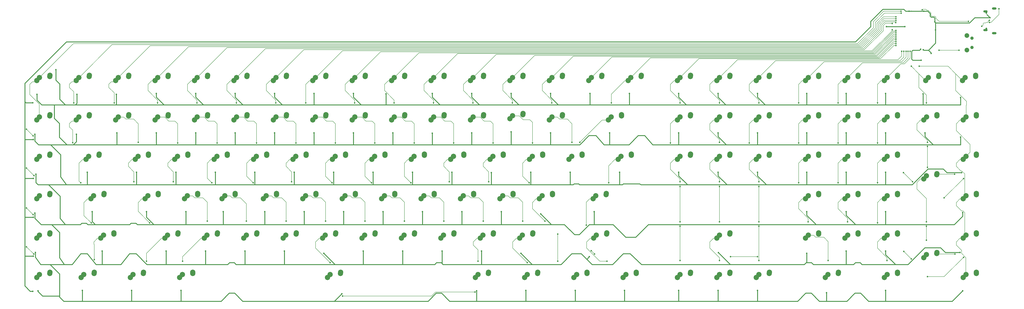
<source format=gbr>
G04 EAGLE Gerber RS-274X export*
G75*
%MOMM*%
%FSLAX34Y34*%
%LPD*%
%INTop Copper*%
%IPPOS*%
%AMOC8*
5,1,8,0,0,1.08239X$1,22.5*%
G01*
%ADD10C,2.540000*%
%ADD11P,1.649562X8X292.500000*%
%ADD12C,2.247900*%
%ADD13C,1.100000*%
%ADD14C,1.008000*%
%ADD15C,0.858000*%
%ADD16C,0.200000*%
%ADD17C,0.756400*%
%ADD18C,0.406400*%
%ADD19C,0.152400*%


D10*
X1932100Y894400D03*
X1995600Y919800D03*
X1945200Y909000D03*
X1995200Y914000D03*
X217600Y894400D03*
X281100Y919800D03*
X230700Y909000D03*
X280700Y914000D03*
X408100Y894400D03*
X471600Y919800D03*
X421200Y909000D03*
X471200Y914000D03*
X598600Y894400D03*
X662100Y919800D03*
X611700Y909000D03*
X661700Y914000D03*
X789100Y894400D03*
X852600Y919800D03*
X802200Y909000D03*
X852200Y914000D03*
X979600Y894400D03*
X1043100Y919800D03*
X992700Y909000D03*
X1042700Y914000D03*
X1170100Y894400D03*
X1233600Y919800D03*
X1183200Y909000D03*
X1233200Y914000D03*
X1360600Y894400D03*
X1424100Y919800D03*
X1373700Y909000D03*
X1423700Y914000D03*
X1551100Y894400D03*
X1614600Y919800D03*
X1564200Y909000D03*
X1614200Y914000D03*
X1741600Y894400D03*
X1805100Y919800D03*
X1754700Y909000D03*
X1804700Y914000D03*
X360500Y513400D03*
X424000Y538800D03*
X373600Y528000D03*
X423600Y533000D03*
X527200Y132400D03*
X590700Y157800D03*
X540300Y147000D03*
X590300Y152000D03*
X1955900Y132400D03*
X2019400Y157800D03*
X1969000Y147000D03*
X2019000Y152000D03*
X1217700Y322900D03*
X1281200Y348300D03*
X1230800Y337500D03*
X1280800Y342500D03*
X2646500Y703900D03*
X2710000Y729300D03*
X2659600Y718500D03*
X2709600Y723500D03*
X3551400Y1084900D03*
X3614900Y1110300D03*
X3564500Y1099500D03*
X3614500Y1104500D03*
X2598900Y894400D03*
X2662400Y919800D03*
X2612000Y909000D03*
X2662000Y914000D03*
X4313400Y132400D03*
X4376900Y157800D03*
X4326500Y147000D03*
X4376500Y152000D03*
X836700Y322900D03*
X900200Y348300D03*
X849800Y337500D03*
X899800Y342500D03*
X98500Y513400D03*
X162000Y538800D03*
X111600Y528000D03*
X161600Y533000D03*
X1789200Y322900D03*
X1852700Y348300D03*
X1802300Y337500D03*
X1852300Y342500D03*
X50900Y132400D03*
X114400Y157800D03*
X64000Y147000D03*
X114000Y152000D03*
X2670300Y132400D03*
X2733800Y157800D03*
X2683400Y147000D03*
X2733400Y152000D03*
X732267Y513398D03*
X795767Y538798D03*
X745367Y527998D03*
X795367Y532998D03*
X2122600Y900400D03*
X2186100Y925800D03*
X2135700Y915000D03*
X2185700Y920000D03*
X2932200Y703900D03*
X2995700Y729300D03*
X2945300Y718500D03*
X2995300Y723500D03*
X4313400Y322900D03*
X4376900Y348300D03*
X4326500Y337500D03*
X4376500Y342500D03*
X3122700Y132400D03*
X3186200Y157800D03*
X3135800Y147000D03*
X3185800Y152000D03*
X693900Y703900D03*
X757400Y729300D03*
X707000Y718500D03*
X757000Y723500D03*
X3122700Y703900D03*
X3186200Y729300D03*
X3135800Y718500D03*
X3185800Y723500D03*
X2313100Y894400D03*
X2376600Y919800D03*
X2326200Y909000D03*
X2376200Y914000D03*
X27100Y1084900D03*
X90600Y1110300D03*
X40200Y1099500D03*
X90200Y1104500D03*
X932000Y513400D03*
X995500Y538800D03*
X945100Y528000D03*
X995100Y533000D03*
X217600Y1084900D03*
X281100Y1110300D03*
X230700Y1099500D03*
X280700Y1104500D03*
X1932100Y1084900D03*
X1995600Y1110300D03*
X1945200Y1099500D03*
X1995200Y1104500D03*
X2122600Y1084900D03*
X2186100Y1110300D03*
X2135700Y1099500D03*
X2185700Y1104500D03*
X2313100Y1084900D03*
X2376600Y1110300D03*
X2326200Y1099500D03*
X2376200Y1104500D03*
X408100Y1084900D03*
X471600Y1110300D03*
X421200Y1099500D03*
X471200Y1104500D03*
X598600Y1084900D03*
X662100Y1110300D03*
X611700Y1099500D03*
X661700Y1104500D03*
X789100Y1084900D03*
X852600Y1110300D03*
X802200Y1099500D03*
X852200Y1104500D03*
X979600Y1084900D03*
X1043100Y1110300D03*
X992700Y1099500D03*
X1042700Y1104500D03*
X1170100Y1084900D03*
X1233600Y1110300D03*
X1183200Y1099500D03*
X1233200Y1104500D03*
X1360600Y1084900D03*
X1424100Y1110300D03*
X1373700Y1099500D03*
X1423700Y1104500D03*
X1551100Y1084900D03*
X1614600Y1110300D03*
X1564200Y1099500D03*
X1614200Y1104500D03*
X1741600Y1084900D03*
X1805100Y1110300D03*
X1754700Y1099500D03*
X1804700Y1104500D03*
X1122500Y513400D03*
X1186000Y538800D03*
X1135600Y528000D03*
X1185600Y533000D03*
X27100Y894400D03*
X90600Y919800D03*
X40200Y909000D03*
X90200Y914000D03*
X1313000Y513400D03*
X1376500Y538800D03*
X1326100Y528000D03*
X1376100Y533000D03*
X3122700Y894400D03*
X3186200Y919800D03*
X3135800Y909000D03*
X3185800Y914000D03*
X1646400Y703900D03*
X1709900Y729300D03*
X1659500Y718500D03*
X1709500Y723500D03*
X2932200Y894400D03*
X2995700Y919800D03*
X2945300Y909000D03*
X2995300Y914000D03*
X1503500Y513400D03*
X1567000Y538800D03*
X1516600Y528000D03*
X1566600Y533000D03*
X1694000Y513400D03*
X1757500Y538800D03*
X1707100Y528000D03*
X1757100Y533000D03*
X3646600Y132400D03*
X3710100Y157800D03*
X3659700Y147000D03*
X3709700Y152000D03*
X3551400Y322900D03*
X3614900Y348300D03*
X3564500Y337500D03*
X3614500Y342500D03*
X3741900Y322900D03*
X3805400Y348300D03*
X3755000Y337500D03*
X3805000Y342500D03*
X3932400Y322900D03*
X3995900Y348300D03*
X3945500Y337500D03*
X3995500Y342500D03*
X3551400Y513400D03*
X3614900Y538800D03*
X3564500Y528000D03*
X3614500Y533000D03*
X4313400Y703900D03*
X4376900Y729300D03*
X4326500Y718500D03*
X4376500Y723500D03*
X3741900Y513400D03*
X3805400Y538800D03*
X3755000Y528000D03*
X3805000Y533000D03*
X3932400Y513400D03*
X3995900Y538800D03*
X3945500Y528000D03*
X3995500Y533000D03*
X4313400Y513400D03*
X4376900Y538800D03*
X4326500Y528000D03*
X4376500Y533000D03*
X3551400Y703900D03*
X3614900Y729300D03*
X3564500Y718500D03*
X3614500Y723500D03*
X3741900Y703900D03*
X3805400Y729300D03*
X3755000Y718500D03*
X3805000Y723500D03*
X3932400Y703900D03*
X3995900Y729300D03*
X3945500Y718500D03*
X3995500Y723500D03*
X3932400Y894400D03*
X3995900Y919800D03*
X3945500Y909000D03*
X3995500Y914000D03*
X4122900Y894400D03*
X4186400Y919800D03*
X4136000Y909000D03*
X4186000Y914000D03*
X3932400Y132400D03*
X3995900Y157800D03*
X3945500Y147000D03*
X3995500Y152000D03*
X3741900Y894400D03*
X3805400Y919800D03*
X3755000Y909000D03*
X3805000Y914000D03*
X1884500Y513400D03*
X1948000Y538800D03*
X1897600Y528000D03*
X1947600Y533000D03*
X2217900Y703900D03*
X2281400Y729300D03*
X2231000Y718500D03*
X2281000Y723500D03*
X2932200Y132400D03*
X2995700Y157800D03*
X2945300Y147000D03*
X2995300Y152000D03*
X1598700Y322900D03*
X1662200Y348300D03*
X1611800Y337500D03*
X1661800Y342500D03*
X2432200Y132400D03*
X2495700Y157800D03*
X2445300Y147000D03*
X2495300Y152000D03*
X1408200Y322900D03*
X1471700Y348300D03*
X1421300Y337500D03*
X1471300Y342500D03*
X3932400Y1084900D03*
X3995900Y1110300D03*
X3945500Y1099500D03*
X3995500Y1104500D03*
X3551400Y894400D03*
X3614900Y919800D03*
X3564500Y909000D03*
X3614500Y914000D03*
X1836900Y703900D03*
X1900400Y729300D03*
X1850000Y718500D03*
X1900000Y723500D03*
X2027400Y703900D03*
X2090900Y729300D03*
X2040500Y718500D03*
X2090500Y723500D03*
X3313200Y1084900D03*
X3376700Y1110300D03*
X3326300Y1099500D03*
X3376300Y1104500D03*
X3741900Y1084900D03*
X3805400Y1110300D03*
X3755000Y1099500D03*
X3805000Y1104500D03*
X1979700Y322900D03*
X2043200Y348300D03*
X1992800Y337500D03*
X2042800Y342500D03*
X3313200Y703900D03*
X3376700Y729300D03*
X3326300Y718500D03*
X3376300Y723500D03*
X3313200Y894400D03*
X3376700Y919800D03*
X3326300Y909000D03*
X3376300Y914000D03*
X2932200Y1084900D03*
X2995700Y1110300D03*
X2945300Y1099500D03*
X2995300Y1104500D03*
X312900Y703900D03*
X376400Y729300D03*
X326000Y718500D03*
X376000Y723500D03*
X2265500Y513400D03*
X2329000Y538800D03*
X2278600Y528000D03*
X2328600Y533000D03*
X884400Y703900D03*
X947900Y729300D03*
X897500Y718500D03*
X947500Y723500D03*
X2408400Y703900D03*
X2471900Y729300D03*
X2421500Y718500D03*
X2471500Y723500D03*
X3313200Y132400D03*
X3376700Y157800D03*
X3326300Y147000D03*
X3376300Y152000D03*
X551000Y513400D03*
X614500Y538800D03*
X564100Y528000D03*
X614100Y533000D03*
X3122700Y1084900D03*
X3186200Y1110300D03*
X3135800Y1099500D03*
X3185800Y1104500D03*
X2075000Y513400D03*
X2138500Y538800D03*
X2088100Y528000D03*
X2138100Y533000D03*
X146200Y322900D03*
X209700Y348300D03*
X159300Y337500D03*
X209300Y342500D03*
X2527400Y322900D03*
X2590900Y348300D03*
X2540500Y337500D03*
X2590500Y342500D03*
X2170200Y322900D03*
X2233700Y348300D03*
X2183300Y337500D03*
X2233300Y342500D03*
X1241500Y132400D03*
X1305000Y157800D03*
X1254600Y147000D03*
X1304600Y152000D03*
X1074900Y703900D03*
X1138400Y729300D03*
X1088000Y718500D03*
X1138000Y723500D03*
X74700Y703900D03*
X138200Y729300D03*
X87800Y718500D03*
X137800Y723500D03*
X1455900Y703900D03*
X1519400Y729300D03*
X1469000Y718500D03*
X1519000Y723500D03*
X4313400Y894400D03*
X4376900Y919800D03*
X4326500Y909000D03*
X4376500Y914000D03*
X3122700Y322900D03*
X3186200Y348300D03*
X3135800Y337500D03*
X3185800Y342500D03*
X1027200Y322900D03*
X1090700Y348300D03*
X1040300Y337500D03*
X1090300Y342500D03*
X2503600Y1084900D03*
X2567100Y1110300D03*
X2516700Y1099500D03*
X2566700Y1104500D03*
X2694100Y1084900D03*
X2757600Y1110300D03*
X2707200Y1099500D03*
X2757200Y1104500D03*
X503400Y703900D03*
X566900Y729300D03*
X516500Y718500D03*
X566500Y723500D03*
X289000Y132400D03*
X352500Y157800D03*
X302100Y147000D03*
X352100Y152000D03*
X2194000Y132400D03*
X2257500Y157800D03*
X2207100Y147000D03*
X2257100Y152000D03*
X646200Y322900D03*
X709700Y348300D03*
X659300Y337500D03*
X709300Y342500D03*
X1265400Y703900D03*
X1328900Y729300D03*
X1278500Y718500D03*
X1328500Y723500D03*
X455700Y322900D03*
X519200Y348300D03*
X468800Y337500D03*
X518800Y342500D03*
X4309900Y1084900D03*
X4373400Y1110300D03*
X4323000Y1099500D03*
X4373000Y1104500D03*
X4131900Y1084900D03*
X4195400Y1110300D03*
X4145000Y1099500D03*
X4195000Y1104500D03*
X-163400Y1084900D03*
X-99900Y1110300D03*
X-150300Y1099500D03*
X-100300Y1104500D03*
X-163400Y894400D03*
X-99900Y919800D03*
X-150300Y909000D03*
X-100300Y914000D03*
X-163400Y703900D03*
X-99900Y729300D03*
X-150300Y718500D03*
X-100300Y723500D03*
X-163400Y513400D03*
X-99900Y538800D03*
X-150300Y528000D03*
X-100300Y533000D03*
X-163400Y322900D03*
X-99900Y348300D03*
X-150300Y337500D03*
X-100300Y342500D03*
X-163400Y132400D03*
X-99900Y157800D03*
X-150300Y147000D03*
X-100300Y152000D03*
D11*
X4355846Y1290066D03*
X4355846Y1244854D03*
D12*
X4330954Y1302512D03*
X4330954Y1232408D03*
D10*
X2524860Y513400D03*
X2588360Y538800D03*
X2537960Y528000D03*
X2587960Y533000D03*
D13*
X4457280Y1433840D02*
X4468280Y1433840D01*
X4468280Y1314440D02*
X4457280Y1314440D01*
D14*
X4425620Y1419640D02*
X4415540Y1419640D01*
D15*
X4424830Y1420340D02*
X4424830Y1411760D01*
D14*
X4425620Y1328640D02*
X4415540Y1328640D01*
D15*
X4424830Y1327940D02*
X4424830Y1336520D01*
D10*
X4122420Y609600D03*
X4185920Y635000D03*
X4135520Y624200D03*
X4185520Y629200D03*
X4122420Y228600D03*
X4185920Y254000D03*
X4135520Y243200D03*
X4185520Y248200D03*
D16*
X471488Y1104900D02*
X471488Y1109663D01*
X471488Y1104900D02*
X471200Y1104500D01*
X471488Y1109663D02*
X471600Y1110300D01*
X661988Y1109663D02*
X661988Y1104900D01*
X661700Y1104500D01*
X661988Y1109663D02*
X662100Y1110300D01*
X852488Y1109663D02*
X852488Y1104900D01*
X852200Y1104500D01*
X852488Y1109663D02*
X852600Y1110300D01*
X1042988Y1109663D02*
X1042988Y1104900D01*
X1042700Y1104500D01*
X1042988Y1109663D02*
X1043100Y1110300D01*
X1233488Y1109663D02*
X1233488Y1104900D01*
X1233200Y1104500D01*
X1233488Y1109663D02*
X1233600Y1110300D01*
X1423988Y1109663D02*
X1423988Y1104900D01*
X1423700Y1104500D01*
X1423988Y1109663D02*
X1424100Y1110300D01*
X1614488Y1109663D02*
X1614488Y1104900D01*
X1614200Y1104500D01*
X1614488Y1109663D02*
X1614600Y1110300D01*
X1804988Y1109663D02*
X1804988Y1104900D01*
X1804700Y1104500D01*
X1804988Y1109663D02*
X1805100Y1110300D01*
X1995488Y1109663D02*
X1995488Y1104900D01*
X1995200Y1104500D01*
X1995488Y1109663D02*
X1995600Y1110300D01*
X2185988Y1109663D02*
X2185988Y1104900D01*
X2185700Y1104500D01*
X2185988Y1109663D02*
X2186100Y1110300D01*
X2376488Y1109663D02*
X2376488Y1104900D01*
X2376200Y1104500D01*
X2376488Y1109663D02*
X2376600Y1110300D01*
X2566988Y1109663D02*
X2566988Y1104900D01*
X2566700Y1104500D01*
X2566988Y1109663D02*
X2567100Y1110300D01*
X2757488Y1109663D02*
X2757488Y1104900D01*
X2757200Y1104500D01*
X2757488Y1109663D02*
X2757600Y1110300D01*
X2995613Y1109663D02*
X2995613Y1104900D01*
X2995300Y1104500D01*
X2995613Y1109663D02*
X2995700Y1110300D01*
X3186113Y1109663D02*
X3186113Y1104900D01*
X3185800Y1104500D01*
X3186113Y1109663D02*
X3186200Y1110300D01*
X3376613Y1109663D02*
X3376613Y1104900D01*
X3376300Y1104500D01*
X3376613Y1109663D02*
X3376700Y1110300D01*
X3614738Y1109663D02*
X3614738Y1104900D01*
X3614500Y1104500D01*
X3614738Y1109663D02*
X3614900Y1110300D01*
X3805238Y1109663D02*
X3805238Y1104900D01*
X3805000Y1104500D01*
X3805238Y1109663D02*
X3805400Y1110300D01*
X3995738Y1109663D02*
X3995738Y1104900D01*
X3995500Y1104500D01*
X3995738Y1109663D02*
X3995900Y1110300D01*
X4186238Y919163D02*
X4186238Y914400D01*
X4186000Y914000D01*
X4186238Y919163D02*
X4186400Y919800D01*
X138113Y728663D02*
X138113Y723900D01*
X137800Y723500D01*
X138113Y728663D02*
X138200Y729300D01*
X376238Y728663D02*
X376238Y723900D01*
X376000Y723500D01*
X376238Y728663D02*
X376400Y729300D01*
X566738Y728663D02*
X566738Y723900D01*
X566500Y723500D01*
X566738Y728663D02*
X566900Y729300D01*
X757238Y728663D02*
X757238Y723900D01*
X757000Y723500D01*
X757238Y728663D02*
X757400Y729300D01*
X947738Y728663D02*
X947738Y723900D01*
X947500Y723500D01*
X947738Y728663D02*
X947900Y729300D01*
X1138238Y728663D02*
X1138238Y723900D01*
X1138000Y723500D01*
X1138238Y728663D02*
X1138400Y729300D01*
X1328738Y728663D02*
X1328738Y723900D01*
X1328500Y723500D01*
X1328738Y728663D02*
X1328900Y729300D01*
X1519238Y728663D02*
X1519238Y723900D01*
X1519000Y723500D01*
X1519238Y728663D02*
X1519400Y729300D01*
X1709738Y728663D02*
X1709738Y723900D01*
X1709500Y723500D01*
X1709738Y728663D02*
X1709900Y729300D01*
X1900238Y728663D02*
X1900238Y723900D01*
X1900000Y723500D01*
X1900238Y728663D02*
X1900400Y729300D01*
X2090738Y728663D02*
X2090738Y723900D01*
X2090500Y723500D01*
X2090738Y728663D02*
X2090900Y729300D01*
X2281238Y728663D02*
X2281238Y723900D01*
X2281000Y723500D01*
X2281238Y728663D02*
X2281400Y729300D01*
X2995613Y728663D02*
X2995613Y723900D01*
X2995300Y723500D01*
X2995613Y728663D02*
X2995700Y729300D01*
X3186113Y728663D02*
X3186113Y723900D01*
X3185800Y723500D01*
X3186113Y728663D02*
X3186200Y729300D01*
X3376613Y728663D02*
X3376613Y723900D01*
X3376300Y723500D01*
X3376613Y728663D02*
X3376700Y729300D01*
X3614738Y728663D02*
X3614738Y723900D01*
X3614500Y723500D01*
X3614738Y728663D02*
X3614900Y729300D01*
X3805238Y728663D02*
X3805238Y723900D01*
X3805000Y723500D01*
X3805238Y728663D02*
X3805400Y729300D01*
X3995738Y728663D02*
X3995738Y723900D01*
X3995500Y723500D01*
X3995738Y728663D02*
X3995900Y729300D01*
X4376738Y728663D02*
X4376738Y723900D01*
X4376500Y723500D01*
X4376738Y728663D02*
X4376900Y729300D01*
X2590800Y347663D02*
X2590800Y342900D01*
X2590800Y347663D02*
X2590900Y348300D01*
X2590800Y342900D02*
X2590500Y342500D01*
X4373563Y1104900D02*
X4373563Y1109663D01*
X4373563Y1104900D02*
X4373000Y1104500D01*
X4373563Y1109663D02*
X4373400Y1110300D01*
X4195763Y1109663D02*
X4195763Y1104900D01*
X4195000Y1104500D01*
X4195763Y1109663D02*
X4195400Y1110300D01*
X-100013Y1109663D02*
X-100013Y1104900D01*
X-100300Y1104500D01*
X-100013Y1109663D02*
X-99900Y1110300D01*
X-100013Y728663D02*
X-100013Y723900D01*
X-100300Y723500D01*
X-100013Y728663D02*
X-99900Y729300D01*
D17*
X4030980Y1346200D03*
D18*
X3942080Y1346200D01*
D17*
X3942080Y1346200D03*
X4107180Y1236980D03*
D18*
X4102100Y1231900D01*
D17*
X4109720Y1183640D03*
D18*
X4064000Y1226820D02*
X4069080Y1231900D01*
X4064000Y1226820D02*
X4064000Y1188720D01*
X4069080Y1183640D01*
X4069080Y1231900D02*
X4102100Y1231900D01*
X4109720Y1183640D02*
X4069080Y1183640D01*
D17*
X-71120Y1137920D03*
D18*
X-71120Y1087120D01*
X-52058Y1068058D02*
X-52058Y994398D01*
X-52058Y1068058D02*
X-71120Y1087120D01*
X-52058Y994398D02*
X-25400Y967740D01*
X22860Y967740D02*
X218440Y967740D01*
X22860Y967740D02*
X-25400Y967740D01*
X22860Y967740D02*
X30480Y975360D01*
X30480Y1018540D01*
D17*
X30480Y1018540D03*
D18*
X218440Y967740D02*
X220980Y970280D01*
X220980Y1018540D01*
D17*
X220980Y1018540D03*
D18*
X-25400Y967740D02*
X-78740Y967740D01*
X-139700Y967740D01*
X-162560Y990600D02*
X-162560Y1018540D01*
D17*
X-162560Y1018540D03*
D18*
X-162560Y990600D02*
X-139700Y967740D01*
X218440Y967740D02*
X450850Y967740D01*
X641350Y967740D01*
X831850Y967740D01*
X1022350Y967740D01*
X1176338Y967740D01*
X1403350Y967740D01*
X1524000Y967740D01*
X1784350Y967740D01*
X1974850Y967740D01*
X2165350Y967740D01*
X2355850Y967740D01*
X2509838Y967740D01*
X2700338Y967740D01*
X2974975Y967740D01*
X3165475Y967740D01*
X3355975Y967740D01*
X3557588Y967740D01*
X3748088Y967740D01*
X3938588Y967740D01*
X4119563Y967740D01*
X4300538Y967740D01*
X-78740Y967740D02*
X-78740Y902503D01*
X-53808Y877571D01*
X-53808Y810728D01*
X-17780Y774700D01*
X12700Y774700D01*
X27940Y789940D01*
X27940Y825500D01*
D17*
X27940Y825500D03*
D18*
X-17780Y774700D02*
X-96520Y774700D01*
X-154940Y774700D01*
X-172720Y792480D01*
X-172720Y825500D01*
D17*
X-172720Y825500D03*
D18*
X12700Y774700D02*
X223838Y774700D01*
X414338Y774700D01*
X604838Y774700D01*
X795338Y774700D01*
X985838Y774700D01*
X1176338Y774700D01*
X1366838Y774700D01*
X1557338Y774700D01*
X1747838Y774700D01*
X1938338Y774700D01*
X2128838Y774700D01*
X2319338Y774700D01*
X2460574Y774700D01*
X2504666Y818792D02*
X2538662Y818792D01*
X2577674Y774700D01*
X2605088Y774700D01*
X2698574Y774700D01*
X2742666Y818792D01*
X2774414Y818792D01*
X2504666Y818792D02*
X2460574Y774700D01*
X2774414Y818792D02*
X2813426Y774700D01*
X2938463Y774700D01*
X3167063Y774700D01*
X3319463Y774700D01*
X3557588Y774700D01*
X3748088Y774700D01*
X3938588Y774700D01*
X4167188Y774700D01*
X4300538Y774700D01*
X-48260Y726440D02*
X-96520Y774700D01*
X-48260Y726440D02*
X-48260Y619760D01*
X-20320Y581660D01*
X2428811Y581660D02*
X2432593Y585442D01*
X2455327Y585442D01*
X2459109Y581660D01*
X2666811Y581660D02*
X2670593Y585442D01*
X2749578Y585442D01*
X2755900Y581660D01*
X80963Y581660D02*
X-20320Y581660D01*
X80963Y581660D02*
X319088Y581660D01*
X509588Y581660D01*
X700088Y581660D01*
X890588Y581660D01*
X1081088Y581660D01*
X1271588Y581660D01*
X1462088Y581660D01*
X1652588Y581660D01*
X1843088Y581660D01*
X2033588Y581660D01*
X2224088Y581660D01*
X2414588Y581660D01*
X2428811Y581660D01*
X2459109Y581660D02*
X2652713Y581660D01*
X2666811Y581660D01*
X2755900Y581660D02*
X2979738Y581660D01*
X3170238Y581660D01*
X3360738Y581660D01*
X3557588Y581660D01*
X3748088Y581660D01*
X3938588Y581660D01*
X4066540Y581660D01*
X-20320Y581660D02*
X-106680Y581660D01*
X-157480Y581660D01*
X-167640Y591820D01*
X-167640Y632460D01*
D17*
X-167640Y632460D03*
D18*
X-106680Y581660D02*
X-50800Y525780D01*
X-50800Y419100D02*
X-25400Y388620D01*
X-50800Y419100D02*
X-50800Y525780D01*
X76667Y394942D02*
X82989Y388620D01*
X53933Y394942D02*
X47611Y388620D01*
X53933Y394942D02*
X76667Y394942D01*
X47611Y388620D02*
X-25400Y388620D01*
X-91440Y388620D01*
X-142240Y388620D01*
X-172720Y419100D01*
X-172720Y444500D01*
D17*
X-172720Y444500D03*
D18*
X285611Y388620D02*
X291933Y394942D01*
X316258Y394942D01*
X322580Y388620D01*
X117475Y388620D02*
X82989Y388620D01*
X117475Y388620D02*
X285611Y388620D01*
X322580Y388620D02*
X400050Y388620D01*
X557213Y388620D01*
X738188Y388620D01*
X938213Y388620D01*
X1128713Y388620D01*
X1319213Y388620D01*
X1509713Y388620D01*
X1700213Y388620D01*
X1890713Y388620D01*
X2081213Y388620D01*
X2320925Y388620D01*
X2386571Y388620D01*
X-53340Y350520D02*
X-91440Y388620D01*
X-53340Y350520D02*
X-53340Y228600D01*
X-30480Y195580D01*
X49426Y247292D02*
X81174Y247292D01*
X7874Y195580D02*
X-30480Y195580D01*
X7874Y195580D02*
X49426Y247292D01*
X284886Y247292D02*
X316634Y247292D01*
X284886Y247292D02*
X243334Y195580D01*
X122726Y195580D02*
X81174Y247292D01*
X122726Y195580D02*
X152400Y195580D01*
X243334Y195580D01*
X316634Y247292D02*
X368346Y195580D01*
X759371Y195580D02*
X768233Y204442D01*
X790967Y204442D01*
X799829Y195580D01*
X461963Y195580D02*
X368346Y195580D01*
X461963Y195580D02*
X652463Y195580D01*
X759371Y195580D01*
X1759371Y195580D02*
X1768233Y204442D01*
X1790967Y204442D01*
X1794629Y200779D01*
X1799829Y195580D01*
X842963Y195580D02*
X799829Y195580D01*
X842963Y195580D02*
X1033463Y195580D01*
X1276350Y195580D01*
X1414463Y195580D01*
X1604963Y195580D01*
X1759371Y195580D01*
X1799829Y195580D02*
X1985963Y195580D01*
X2228850Y195580D01*
X2369820Y195580D01*
X2421532Y247292D01*
X2467968Y247292D02*
X2494280Y220980D01*
X2519680Y195580D01*
X2619454Y195580D01*
X2671166Y247292D02*
X2704188Y247292D01*
X2758440Y195580D02*
X3186113Y195580D01*
X3545471Y195580D01*
X2467968Y247292D02*
X2421532Y247292D01*
X2619454Y195580D02*
X2671166Y247292D01*
X2704188Y247292D02*
X2758440Y195580D01*
X3545471Y195580D02*
X3554333Y204442D01*
X3580158Y204442D02*
X3589020Y195580D01*
X3748088Y195580D01*
X3783471Y195580D01*
X3792333Y204442D01*
X3815067Y204442D01*
X3823929Y195580D01*
X3557588Y204442D02*
X3554333Y204442D01*
X3557588Y204442D02*
X3580158Y204442D01*
X-30480Y195580D02*
X-99060Y195580D01*
X-144780Y195580D01*
X-170180Y231140D01*
X-170180Y254000D01*
D17*
X-170180Y254000D03*
D18*
X-99060Y195580D02*
X-53340Y149860D01*
X-53340Y38100D02*
X-33020Y17780D01*
X766266Y56792D02*
X792934Y56792D01*
X57150Y17780D02*
X-33020Y17780D01*
X57150Y17780D02*
X295275Y17780D01*
X533400Y17780D01*
X727254Y17780D01*
X766266Y56792D01*
X792934Y56792D02*
X831946Y17780D01*
X1766266Y56792D02*
X1792934Y56792D01*
X1766266Y56792D02*
X1727254Y17780D01*
X1792934Y56792D02*
X1831946Y17780D01*
X-53340Y42863D02*
X-53340Y149860D01*
X-53340Y42863D02*
X-53340Y38100D01*
X831946Y17780D02*
X1276350Y17780D01*
X1727254Y17780D01*
X3552366Y56792D02*
X3579034Y56792D01*
X1962150Y17780D02*
X1831946Y17780D01*
X1962150Y17780D02*
X2200275Y17780D01*
X2438400Y17780D01*
X2676525Y17780D01*
X2938463Y17780D01*
X3128963Y17780D01*
X3319463Y17780D01*
X3513354Y17780D01*
X3552366Y56792D01*
X3579034Y56792D02*
X3618046Y17780D01*
X3790366Y56792D02*
X3817034Y56792D01*
X3790366Y56792D02*
X3751354Y17780D01*
X3817034Y56792D02*
X3856046Y17780D01*
X3652838Y17780D02*
X3618046Y17780D01*
X3652838Y17780D02*
X3751354Y17780D01*
X3856046Y17780D02*
X3938588Y17780D01*
X4259580Y17780D01*
X4310380Y68580D01*
D17*
X4310380Y68580D03*
D18*
X4066540Y581660D02*
X4142740Y657860D01*
X4216400Y657860D01*
X4234180Y640080D02*
X4305300Y640080D01*
D17*
X4305300Y640080D03*
D18*
X4234180Y640080D02*
X4216400Y657860D01*
X2457867Y340058D02*
X2435133Y340058D01*
X2621280Y388620D02*
X2682240Y327660D01*
X2730500Y327660D01*
X4310380Y429260D02*
X4310380Y447040D01*
D17*
X4310380Y447040D03*
D18*
X2435133Y340058D02*
X2386571Y388620D01*
X2457867Y340058D02*
X2506429Y388620D01*
X2530475Y388620D01*
X2621280Y388620D01*
X2730500Y327660D02*
X2791460Y388620D01*
X3600450Y388620D01*
X3790950Y388620D01*
X3938588Y388620D01*
X4269740Y388620D01*
X4310380Y429260D01*
X4127500Y276860D02*
X4046220Y195580D01*
X4127500Y276860D02*
X4203700Y276860D01*
X4226560Y254000D01*
X4297680Y254000D01*
D17*
X4297680Y254000D03*
D18*
X3984625Y195580D02*
X3823929Y195580D01*
X3984625Y195580D02*
X4046220Y195580D01*
X-157163Y68263D02*
X-157163Y65088D01*
X-134938Y42863D01*
X-53340Y42863D01*
X57150Y17780D02*
X57150Y69850D01*
X295275Y69850D02*
X295275Y17780D01*
X152400Y195580D02*
X152400Y260350D01*
X104775Y403225D02*
X104775Y450850D01*
X104775Y403225D02*
X117475Y390525D01*
X117475Y388620D01*
X533400Y69850D02*
X533400Y17780D01*
X461963Y195580D02*
X461963Y260350D01*
X80963Y581660D02*
X80963Y641350D01*
X366713Y450850D02*
X366713Y423863D01*
X400050Y390525D01*
X400050Y388620D01*
X652463Y260350D02*
X652463Y195580D01*
X319088Y581660D02*
X319088Y641350D01*
X557213Y450850D02*
X557213Y388620D01*
X223838Y774700D02*
X223838Y831850D01*
X842963Y260350D02*
X842963Y195580D01*
X509588Y581660D02*
X509588Y641350D01*
X738188Y450850D02*
X738188Y388620D01*
X414338Y774700D02*
X414338Y831850D01*
X1033463Y260350D02*
X1033463Y195580D01*
X700088Y581660D02*
X700088Y641350D01*
X1311275Y53975D02*
X1276350Y19050D01*
X1276350Y17780D01*
X938213Y388620D02*
X938213Y450850D01*
X604838Y774700D02*
X604838Y831850D01*
X1223963Y249238D02*
X1276350Y196850D01*
X1276350Y195580D01*
X890588Y581660D02*
X890588Y641350D01*
X1128713Y450850D02*
X1128713Y388620D01*
X795338Y774700D02*
X795338Y831850D01*
X1414463Y260350D02*
X1414463Y195580D01*
X1081088Y581660D02*
X1081088Y641350D01*
X1319213Y450850D02*
X1319213Y388620D01*
X985838Y774700D02*
X985838Y831850D01*
X1604963Y260350D02*
X1604963Y195580D01*
X1271588Y581660D02*
X1271588Y641350D01*
X1509713Y450850D02*
X1509713Y388620D01*
X1176338Y774700D02*
X1176338Y831850D01*
X1462088Y641350D02*
X1462088Y581660D01*
X1700213Y450850D02*
X1700213Y388620D01*
X1366838Y774700D02*
X1366838Y831850D01*
X1652588Y641350D02*
X1652588Y581660D01*
X1557338Y774700D02*
X1557338Y831850D01*
X1747838Y830263D02*
X1747838Y774700D01*
X414338Y1004888D02*
X414338Y1022350D01*
X414338Y1004888D02*
X450850Y968375D01*
X450850Y967740D01*
X604838Y1004888D02*
X604838Y1022350D01*
X604838Y1004888D02*
X641350Y968375D01*
X641350Y967740D01*
X795338Y1004888D02*
X795338Y1022350D01*
X795338Y1004888D02*
X831850Y968375D01*
X831850Y967740D01*
X985838Y1004888D02*
X985838Y1022350D01*
X985838Y1004888D02*
X1022350Y968375D01*
X1022350Y967740D01*
X1176338Y967740D02*
X1176338Y1022350D01*
X1366838Y1022350D02*
X1366838Y1004888D01*
X1403350Y968375D01*
X1403350Y967740D01*
X1524000Y967740D02*
X1524000Y1020763D01*
X1962150Y68263D02*
X1962150Y17780D01*
X1795463Y201613D02*
X1795463Y260350D01*
X1795463Y201613D02*
X1794629Y200779D01*
X1985963Y195580D02*
X1985963Y260350D01*
X1890713Y388620D02*
X1890713Y450850D01*
X1843088Y581660D02*
X1843088Y641350D01*
X2033588Y639763D02*
X2033588Y581660D01*
X2200275Y69850D02*
X2200275Y17780D01*
X2228850Y196850D02*
X2176463Y249238D01*
X2228850Y196850D02*
X2228850Y195580D01*
X2081213Y388620D02*
X2081213Y450850D01*
X2271713Y439738D02*
X2320925Y390525D01*
X2320925Y388620D01*
X2438400Y69850D02*
X2438400Y17780D01*
X2676525Y17780D02*
X2676525Y69850D01*
X1938338Y774700D02*
X1938338Y831850D01*
X2506663Y233363D02*
X2494280Y220980D01*
X2224088Y581660D02*
X2224088Y641350D01*
X2530475Y450850D02*
X2530475Y388620D01*
X2938463Y69850D02*
X2938463Y17780D01*
X2414588Y581660D02*
X2414588Y641350D01*
X2319338Y774700D02*
X2319338Y831850D01*
X3128963Y69850D02*
X3128963Y17780D01*
X2652713Y581660D02*
X2652713Y641350D01*
X3319463Y69850D02*
X3319463Y17780D01*
X3186113Y196850D02*
X3130550Y252413D01*
X3186113Y196850D02*
X3186113Y195580D01*
X2605088Y774700D02*
X2605088Y831850D01*
X2938463Y641350D02*
X2938463Y623888D01*
X2979738Y582613D01*
X2979738Y581660D01*
X3652838Y58738D02*
X3652838Y17780D01*
X3128963Y623888D02*
X3128963Y641350D01*
X3128963Y623888D02*
X3170238Y582613D01*
X3170238Y581660D01*
X2938463Y774700D02*
X2938463Y831850D01*
X3557588Y249238D02*
X3557588Y204442D01*
X3128963Y814388D02*
X3128963Y831850D01*
X3128963Y814388D02*
X3167063Y776288D01*
X3167063Y774700D01*
X3319463Y641350D02*
X3319463Y623888D01*
X3360738Y582613D01*
X3360738Y581660D01*
X3938588Y69850D02*
X3938588Y17780D01*
X3748088Y195580D02*
X3748088Y260350D01*
X3557588Y433388D02*
X3557588Y450850D01*
X3557588Y433388D02*
X3600450Y390525D01*
X3600450Y388620D01*
X3319463Y774700D02*
X3319463Y831850D01*
X3748088Y450850D02*
X3748088Y433388D01*
X3790950Y390525D01*
X3790950Y388620D01*
X3938588Y260350D02*
X3938588Y242888D01*
X3984625Y196850D01*
X3984625Y195580D01*
X3557588Y581660D02*
X3557588Y641350D01*
X3938588Y450850D02*
X3938588Y388620D01*
X3748088Y581660D02*
X3748088Y641350D01*
X3557588Y774700D02*
X3557588Y831850D01*
X3748088Y831850D02*
X3748088Y774700D01*
X3938588Y641350D02*
X3938588Y581660D01*
X3938588Y774700D02*
X3938588Y831850D01*
X4129088Y831850D02*
X4129088Y814388D01*
X4167188Y776288D01*
X4167188Y774700D01*
X4300538Y774700D02*
X4300538Y811213D01*
X1747838Y1004888D02*
X1747838Y1022350D01*
X1747838Y1004888D02*
X1784350Y968375D01*
X1784350Y967740D01*
X2128838Y836613D02*
X2128838Y774700D01*
X1938338Y1004888D02*
X1938338Y1022350D01*
X1938338Y1004888D02*
X1974850Y968375D01*
X1974850Y967740D01*
X2128838Y1004888D02*
X2128838Y1022350D01*
X2128838Y1004888D02*
X2165350Y968375D01*
X2165350Y967740D01*
X2319338Y1004888D02*
X2319338Y1022350D01*
X2319338Y1004888D02*
X2355850Y968375D01*
X2355850Y967740D01*
X2509838Y967740D02*
X2509838Y1022350D01*
X2700338Y1022350D02*
X2700338Y967740D01*
X2938463Y1004888D02*
X2938463Y1022350D01*
X2938463Y1004888D02*
X2974975Y968375D01*
X2974975Y967740D01*
X3128963Y1004888D02*
X3128963Y1022350D01*
X3128963Y1004888D02*
X3165475Y968375D01*
X3165475Y967740D01*
X3319463Y1004888D02*
X3319463Y1022350D01*
X3319463Y1004888D02*
X3355975Y968375D01*
X3355975Y967740D01*
X3557588Y967740D02*
X3557588Y1022350D01*
X3748088Y1022350D02*
X3748088Y967740D01*
X3938588Y967740D02*
X3938588Y1022350D01*
X4119563Y1020763D02*
X4119563Y967740D01*
X4300538Y967740D02*
X4300538Y1003300D01*
D17*
X-157163Y68263D03*
X57150Y69850D03*
X295275Y69850D03*
X152400Y260350D03*
X104775Y450850D03*
X533400Y69850D03*
X461963Y260350D03*
X80963Y641350D03*
X366713Y450850D03*
X652463Y260350D03*
X319088Y641350D03*
X557213Y450850D03*
X223838Y831850D03*
X842963Y260350D03*
X509588Y641350D03*
X738188Y450850D03*
X414338Y831850D03*
X1033463Y260350D03*
X700088Y641350D03*
X1311275Y53975D03*
X938213Y450850D03*
X604838Y831850D03*
X1223963Y249238D03*
X890588Y641350D03*
X1128713Y450850D03*
X795338Y831850D03*
X1414463Y260350D03*
X1081088Y641350D03*
X1319213Y450850D03*
X985838Y831850D03*
X1604963Y260350D03*
X1271588Y641350D03*
X1509713Y450850D03*
X1176338Y831850D03*
X1462088Y641350D03*
X1700213Y450850D03*
X1366838Y831850D03*
X1652588Y641350D03*
X1557338Y831850D03*
X1747838Y830263D03*
X414338Y1022350D03*
X604838Y1022350D03*
X795338Y1022350D03*
X985838Y1022350D03*
X1176338Y1022350D03*
X1366838Y1022350D03*
X1524000Y1020763D03*
X1962150Y68263D03*
X1795463Y260350D03*
X1985963Y260350D03*
X1890713Y450850D03*
X1843088Y641350D03*
X2033588Y639763D03*
X2200275Y69850D03*
X2176463Y249238D03*
X2081213Y450850D03*
X2271713Y439738D03*
X2438400Y69850D03*
X2676525Y69850D03*
X1938338Y831850D03*
X2506663Y233363D03*
X2224088Y641350D03*
X2530475Y450850D03*
X2938463Y69850D03*
X2414588Y641350D03*
X2319338Y831850D03*
X3128963Y69850D03*
X2652713Y641350D03*
X3319463Y69850D03*
X3130550Y252413D03*
X2605088Y831850D03*
X2938463Y641350D03*
X3652838Y58738D03*
X3128963Y641350D03*
X2938463Y831850D03*
X3557588Y249238D03*
X3128963Y831850D03*
X3319463Y641350D03*
X3938588Y69850D03*
X3748088Y260350D03*
X3557588Y450850D03*
X3319463Y831850D03*
X3748088Y450850D03*
X3938588Y260350D03*
X3557588Y641350D03*
X3938588Y450850D03*
X3748088Y641350D03*
X3557588Y831850D03*
X3748088Y831850D03*
X3938588Y641350D03*
X3938588Y831850D03*
X4129088Y831850D03*
X4300538Y811213D03*
X1747838Y1022350D03*
X2128838Y836613D03*
X1938338Y1022350D03*
X2128838Y1022350D03*
X2319338Y1022350D03*
X2509838Y1022350D03*
X2700338Y1022350D03*
X2938463Y1022350D03*
X3128963Y1022350D03*
X3319463Y1022350D03*
X3557588Y1022350D03*
X3748088Y1022350D03*
X3938588Y1022350D03*
X4119563Y1020763D03*
X4300538Y1003300D03*
X4196080Y1231900D03*
D16*
X4292600Y1231900D01*
D17*
X4292600Y1231900D03*
X4403090Y1347724D03*
D19*
X4409440Y1354074D01*
X4409440Y1361440D01*
X4411980Y1363980D01*
X4422140Y1363980D01*
X4424680Y1366520D01*
X4432300Y1366520D01*
X4433852Y1368072D01*
D17*
X4439666Y1376172D03*
D19*
X4433852Y1370358D01*
X4433852Y1368072D01*
D17*
X4051963Y1420114D03*
X4123182Y1420114D03*
D18*
X4442206Y1389126D02*
X4442460Y1389380D01*
D17*
X4442460Y1389380D03*
X4119880Y1234440D03*
D18*
X4122420Y1231900D01*
X4157980Y1219200D02*
X4157980Y1216660D01*
X4145280Y1231900D02*
X4122420Y1231900D01*
X4145280Y1231900D02*
X4157980Y1219200D01*
D17*
X4157980Y1216660D03*
D18*
X4061460Y1420114D02*
X4051963Y1420114D01*
X4061460Y1420114D02*
X4123182Y1420114D01*
X4142486Y1420114D01*
X4158742Y1391158D02*
X4171950Y1391158D01*
X4175760Y1387348D01*
X4152900Y1409700D02*
X4142486Y1420114D01*
X4152900Y1409700D02*
X4152900Y1397000D01*
X4158742Y1391158D01*
D17*
X4175760Y1369060D03*
D18*
X4179316Y1365504D01*
X4179316Y1329944D01*
X4179316Y1329436D01*
D17*
X4179316Y1329944D03*
D18*
X4179316Y1265936D01*
X4145280Y1231900D01*
X4427982Y1403858D02*
X4442460Y1389380D01*
X4175760Y1387348D02*
X4175760Y1369060D01*
X4062222Y1420876D02*
X4061460Y1420114D01*
X4180840Y1363980D02*
X4343400Y1363980D01*
X4180840Y1363980D02*
X4175760Y1369060D01*
X4368800Y1389380D02*
X4442460Y1389380D01*
X4368800Y1389380D02*
X4343400Y1363980D01*
X4051963Y1420114D02*
X4035806Y1420114D01*
X3924300Y1430020D02*
X3865880Y1371600D01*
X3865880Y1346200D01*
X3792220Y1272540D01*
X-20320Y1272540D02*
X-220980Y1071880D01*
X4025900Y1430020D02*
X4035806Y1420114D01*
X4025900Y1430020D02*
X3924300Y1430020D01*
X3792220Y1272540D02*
X-20320Y1272540D01*
X-220980Y1071880D02*
X-220980Y982980D01*
X-220980Y800100D01*
X-220980Y612140D01*
X-220980Y424180D01*
X-220980Y236220D01*
X-220980Y91948D01*
X-215900Y977900D02*
X-220980Y982980D01*
X-215900Y977900D02*
X-182880Y977900D01*
D17*
X-182880Y977900D03*
D18*
X-180340Y800100D02*
X-220980Y800100D01*
D17*
X-180340Y800100D03*
D18*
X-180340Y612140D02*
X-220980Y612140D01*
D17*
X-180340Y612140D03*
D18*
X-180340Y424180D02*
X-220980Y424180D01*
D17*
X-180340Y424180D03*
D18*
X-180340Y236220D02*
X-220980Y236220D01*
D17*
X-180340Y236220D03*
D18*
X-220980Y91948D02*
X-195072Y66040D01*
X-182880Y66040D01*
D17*
X-182880Y66040D03*
X4013022Y1419936D03*
D16*
X3967482Y1419936D01*
X3967480Y1419938D01*
X3929116Y1419938D01*
X3879518Y1370340D01*
X3879518Y1339840D02*
X3802996Y1263318D01*
X13518Y1263318D01*
X3879518Y1339840D02*
X3879518Y1370340D01*
X-150300Y1098000D02*
X-163400Y1084900D01*
X-150300Y1098000D02*
X-150300Y1099500D01*
X13518Y1263318D01*
X-149225Y908050D02*
X-161925Y895350D01*
X-163400Y894400D01*
X-150300Y909000D02*
X-149225Y908050D01*
X-149225Y717550D02*
X-161925Y704850D01*
X-163400Y703900D01*
X-150300Y718500D02*
X-149225Y717550D01*
X-149225Y527050D02*
X-161925Y514350D01*
X-163400Y513400D01*
X-150300Y528000D02*
X-149225Y527050D01*
X-149225Y146050D02*
X-161925Y133350D01*
X-163400Y132400D01*
X-150300Y147000D02*
X-149225Y146050D01*
X-161925Y323850D02*
X-149225Y336550D01*
X-161925Y323850D02*
X-163400Y322900D01*
X-150300Y337500D02*
X-149225Y336550D01*
X-150813Y909638D02*
X-150813Y971550D01*
X-196850Y1017588D01*
X-196850Y1066800D01*
X-184150Y1079500D01*
X-169863Y1079500D01*
X-150813Y909638D02*
X-150300Y909000D01*
X-169863Y1079500D02*
X-163400Y1084900D01*
D17*
X4013200Y1410716D03*
D16*
X3932936Y1410716D02*
X3888740Y1366520D01*
X3932936Y1410716D02*
X4013200Y1410716D01*
X3888740Y1338560D02*
X3808594Y1258414D01*
X200614Y1258414D01*
X3888740Y1338560D02*
X3888740Y1366520D01*
X41806Y1099606D02*
X27100Y1084900D01*
X41806Y1099606D02*
X200614Y1258414D01*
X27100Y1084900D02*
X21360Y1079160D01*
X6257Y1079160D01*
X-5260Y1067644D01*
X-5260Y1051357D01*
X15240Y1030857D01*
X15240Y976674D01*
D17*
X15240Y976674D03*
X10160Y784860D03*
D16*
X21360Y888660D02*
X27100Y894400D01*
X21360Y888660D02*
X6257Y888660D01*
X-5260Y877144D01*
X-5260Y860857D01*
X10160Y845437D02*
X10160Y784860D01*
X10160Y845437D02*
X-5260Y860857D01*
X88900Y717550D02*
X76200Y704850D01*
X74700Y703900D01*
X87800Y718500D02*
X88900Y717550D01*
X41806Y1099606D02*
X41275Y1100138D01*
X40200Y1099500D01*
X112713Y527050D02*
X100013Y514350D01*
X98500Y513400D01*
X111600Y528000D02*
X112713Y527050D01*
X65088Y146050D02*
X52388Y133350D01*
X50900Y132400D01*
X64000Y147000D02*
X65088Y146050D01*
X147638Y323850D02*
X160338Y336550D01*
X147638Y323850D02*
X146200Y322900D01*
X159300Y337500D02*
X160338Y336550D01*
X114300Y292100D02*
X114300Y219075D01*
X114300Y292100D02*
X112713Y293688D01*
X112713Y304800D01*
X130175Y322263D01*
X146050Y322263D01*
X146200Y322900D01*
X98425Y512763D02*
X82550Y512763D01*
X65088Y495300D01*
X65088Y431800D01*
X100013Y396875D01*
X98425Y512763D02*
X98500Y513400D01*
X74613Y703263D02*
X58738Y703263D01*
X41275Y685800D01*
X41275Y598488D01*
X49213Y590550D01*
X74613Y703263D02*
X74700Y703900D01*
D17*
X114300Y219075D03*
X100013Y396875D03*
X49213Y590550D03*
X3987800Y1392851D03*
D16*
X3927771Y1392851D01*
X3896360Y1361440D01*
X3896360Y1336040D01*
X3813556Y1253236D01*
X384436Y1253236D01*
X217600Y1086400D02*
X217600Y1084900D01*
X217600Y1086400D02*
X230700Y1099500D01*
X384436Y1253236D01*
D17*
X210820Y976674D03*
D16*
X185240Y1067644D02*
X196757Y1079160D01*
X185240Y1067644D02*
X185240Y1051357D01*
X196757Y1079160D02*
X211860Y1079160D01*
X210820Y1025777D02*
X210820Y976674D01*
X211860Y1079160D02*
X217600Y1084900D01*
X185240Y1051357D02*
X210820Y1025777D01*
X374650Y527050D02*
X361950Y514350D01*
X360500Y513400D01*
X373600Y528000D02*
X374650Y527050D01*
X314325Y704850D02*
X327025Y717550D01*
X314325Y704850D02*
X312900Y703900D01*
X326000Y718500D02*
X327025Y717550D01*
X306388Y642938D02*
X306388Y595313D01*
X306388Y642938D02*
X279400Y669925D01*
X279400Y685800D01*
X296863Y703263D01*
X312738Y703263D01*
X312900Y703900D01*
X303213Y146050D02*
X290513Y133350D01*
X289000Y132400D01*
X302100Y147000D02*
X303213Y146050D01*
X457200Y323850D02*
X469900Y336550D01*
X457200Y323850D02*
X455700Y322900D01*
X468800Y337500D02*
X469900Y336550D01*
X366713Y249238D02*
X366713Y211138D01*
X366713Y249238D02*
X439738Y322263D01*
X455613Y322263D01*
X455700Y322900D01*
X360363Y512763D02*
X344488Y512763D01*
X327025Y495300D01*
X327025Y452438D01*
X382588Y396875D01*
X360363Y512763D02*
X360500Y513400D01*
X327025Y785813D02*
X327025Y876300D01*
X304800Y898525D01*
X266700Y898525D01*
X257175Y908050D01*
X231775Y908050D01*
X230700Y909000D01*
D17*
X306388Y595313D03*
X366713Y211138D03*
X382588Y396875D03*
X327025Y785813D03*
X3987800Y1383763D03*
D16*
X3928843Y1383763D01*
X3903980Y1358900D01*
X3903980Y1333500D01*
X3819144Y1248664D01*
X570364Y1248664D01*
X421200Y1098000D02*
X408100Y1084900D01*
X421200Y1098000D02*
X421200Y1099500D01*
X570364Y1248664D01*
X541338Y146050D02*
X528638Y133350D01*
X527200Y132400D01*
X540300Y147000D02*
X541338Y146050D01*
X647700Y323850D02*
X660400Y336550D01*
X647700Y323850D02*
X646200Y322900D01*
X659300Y337500D02*
X660400Y336550D01*
X541338Y233363D02*
X541338Y211138D01*
X541338Y233363D02*
X630238Y322263D01*
X646113Y322263D01*
X646200Y322900D01*
X409575Y895350D02*
X422275Y908050D01*
X409575Y895350D02*
X408100Y894400D01*
X420688Y976313D02*
X420688Y990600D01*
X374650Y1036638D01*
X374650Y1066800D01*
X392113Y1084263D01*
X407988Y1084263D01*
X408100Y1084900D01*
X565150Y527050D02*
X552450Y514350D01*
X551000Y513400D01*
X504825Y704850D02*
X517525Y717550D01*
X504825Y704850D02*
X503400Y703900D01*
X516500Y718500D02*
X517525Y717550D01*
X496888Y642938D02*
X496888Y595313D01*
X496888Y642938D02*
X469900Y669925D01*
X469900Y685800D01*
X487363Y703263D01*
X503238Y703263D01*
X503400Y703900D01*
X455613Y908050D02*
X422275Y908050D01*
X455613Y908050D02*
X474663Y889000D01*
X504825Y889000D01*
X517525Y876300D01*
X517525Y782638D01*
X422275Y908050D02*
X421200Y909000D01*
X660400Y496888D02*
X660400Y404813D01*
X660400Y496888D02*
X639763Y517525D01*
X600075Y517525D01*
X590550Y527050D01*
X565150Y527050D01*
X564100Y528000D01*
D17*
X541338Y211138D03*
X420688Y976313D03*
X496888Y595313D03*
X517525Y782638D03*
X660400Y404813D03*
X3987800Y1374675D03*
D16*
X3929915Y1374675D01*
X3911600Y1356360D01*
X3911600Y1330960D01*
X3824732Y1244092D01*
X756292Y1244092D01*
X611700Y1098000D02*
X598600Y1084900D01*
X611700Y1098000D02*
X611700Y1099500D01*
X756292Y1244092D01*
X612775Y908050D02*
X600075Y895350D01*
X598600Y894400D01*
X611188Y976313D02*
X611188Y990600D01*
X565150Y1036638D01*
X565150Y1066800D01*
X582613Y1084263D01*
X598488Y1084263D01*
X598600Y1084900D01*
X850900Y336550D02*
X838200Y323850D01*
X836700Y322900D01*
X849800Y337500D02*
X850900Y336550D01*
X695325Y704850D02*
X708025Y717550D01*
X695325Y704850D02*
X693900Y703900D01*
X707000Y718500D02*
X708025Y717550D01*
X746125Y527050D02*
X733425Y514350D01*
X732267Y513398D01*
X693738Y703263D02*
X677863Y703263D01*
X660400Y685800D01*
X660400Y612775D01*
X682625Y590550D01*
X693738Y703263D02*
X693900Y703900D01*
X849313Y488950D02*
X849313Y404813D01*
X849313Y488950D02*
X820738Y517525D01*
X781050Y517525D01*
X771525Y527050D01*
X746125Y527050D01*
X745367Y527998D01*
X646113Y908050D02*
X612775Y908050D01*
X646113Y908050D02*
X665163Y889000D01*
X695325Y889000D01*
X708025Y876300D01*
X708025Y782638D01*
X612775Y908050D02*
X611700Y909000D01*
D17*
X611188Y976313D03*
X682625Y590550D03*
X849313Y404813D03*
X708025Y782638D03*
X3987491Y1365587D03*
D16*
X3986193Y1365587D01*
X3982720Y1369060D01*
X3934460Y1369060D01*
X3919220Y1353820D01*
X3919220Y1328420D01*
X3830325Y1239525D01*
X802200Y1098000D02*
X789100Y1084900D01*
X802200Y1098000D02*
X802200Y1099500D01*
X942225Y1239525D01*
X3830325Y1239525D01*
X803275Y908050D02*
X790575Y895350D01*
X789100Y894400D01*
X801688Y976313D02*
X801688Y990600D01*
X755650Y1036638D01*
X755650Y1066800D01*
X773113Y1084263D01*
X788988Y1084263D01*
X789100Y1084900D01*
X1041400Y336550D02*
X1028700Y323850D01*
X1027200Y322900D01*
X1040300Y337500D02*
X1041400Y336550D01*
X885825Y704850D02*
X898525Y717550D01*
X885825Y704850D02*
X884400Y703900D01*
X897500Y718500D02*
X898525Y717550D01*
X946150Y527050D02*
X933450Y514350D01*
X932000Y513400D01*
X884238Y703263D02*
X868363Y703263D01*
X850900Y685800D01*
X850900Y622300D01*
X882650Y590550D01*
X884238Y703263D02*
X884400Y703900D01*
X1041400Y496888D02*
X1041400Y404813D01*
X1041400Y496888D02*
X1020763Y517525D01*
X981075Y517525D01*
X971550Y527050D01*
X946150Y527050D01*
X945100Y528000D01*
X836613Y908050D02*
X803275Y908050D01*
X836613Y908050D02*
X855663Y889000D01*
X885825Y889000D01*
X898525Y876300D01*
X898525Y782638D01*
X803275Y908050D02*
X802200Y909000D01*
D17*
X801688Y976313D03*
X882650Y590550D03*
X1041400Y404813D03*
X898525Y782638D03*
X3970274Y1360678D03*
D16*
X3936238Y1360678D01*
X3926840Y1351280D01*
X3926840Y1325880D01*
X3835146Y1234186D01*
X1127386Y1234186D01*
X992700Y1098000D02*
X979600Y1084900D01*
X992700Y1098000D02*
X992700Y1099500D01*
X1127386Y1234186D01*
X1255713Y146050D02*
X1243013Y133350D01*
X1241500Y132400D01*
X1254600Y147000D02*
X1255713Y146050D01*
X1219200Y323850D02*
X1231900Y336550D01*
X1219200Y323850D02*
X1217700Y322900D01*
X1230800Y337500D02*
X1231900Y336550D01*
X1184275Y274638D02*
X1254125Y204788D01*
X1184275Y274638D02*
X1184275Y304800D01*
X1201738Y322263D01*
X1217613Y322263D01*
X1217700Y322900D01*
X981075Y895350D02*
X993775Y908050D01*
X981075Y895350D02*
X979600Y894400D01*
X992188Y976313D02*
X992188Y990600D01*
X946150Y1036638D01*
X946150Y1066800D01*
X963613Y1084263D01*
X979488Y1084263D01*
X979600Y1084900D01*
X1136650Y527050D02*
X1123950Y514350D01*
X1122500Y513400D01*
X1076325Y704850D02*
X1089025Y717550D01*
X1076325Y704850D02*
X1074900Y703900D01*
X1088000Y718500D02*
X1089025Y717550D01*
X1068388Y642938D02*
X1068388Y595313D01*
X1068388Y642938D02*
X1041400Y669925D01*
X1041400Y685800D01*
X1058863Y703263D01*
X1074738Y703263D01*
X1074900Y703900D01*
X1027113Y908050D02*
X993775Y908050D01*
X1027113Y908050D02*
X1046163Y889000D01*
X1076325Y889000D01*
X1089025Y876300D01*
X1089025Y782638D01*
X993775Y908050D02*
X992700Y909000D01*
X1231900Y496888D02*
X1231900Y404813D01*
X1231900Y496888D02*
X1211263Y517525D01*
X1171575Y517525D01*
X1162050Y527050D01*
X1136650Y527050D01*
X1135600Y528000D01*
D17*
X1254125Y204788D03*
X992188Y976313D03*
X1068388Y595313D03*
X1089025Y782638D03*
X1231900Y404813D03*
X3970020Y1330960D03*
D16*
X3970020Y1325880D01*
X3872992Y1228852D01*
X1314052Y1228852D01*
X1184806Y1099606D02*
X1170100Y1084900D01*
X1184806Y1099606D02*
X1314052Y1228852D01*
X1184275Y1100138D02*
X1183200Y1099500D01*
X1184275Y1100138D02*
X1184806Y1099606D01*
X1184275Y908050D02*
X1171575Y895350D01*
X1170100Y894400D01*
X1169988Y1084263D02*
X1154113Y1084263D01*
X1136650Y1066800D01*
X1136650Y976313D01*
X1169988Y1084263D02*
X1170100Y1084900D01*
X1422400Y336550D02*
X1409700Y323850D01*
X1408200Y322900D01*
X1421300Y337500D02*
X1422400Y336550D01*
X1266825Y704850D02*
X1279525Y717550D01*
X1266825Y704850D02*
X1265400Y703900D01*
X1278500Y718500D02*
X1279525Y717550D01*
X1327150Y527050D02*
X1314450Y514350D01*
X1313000Y513400D01*
X1265238Y703263D02*
X1249363Y703263D01*
X1231900Y685800D01*
X1231900Y622300D01*
X1263650Y590550D01*
X1265238Y703263D02*
X1265400Y703900D01*
X1422400Y496888D02*
X1422400Y404813D01*
X1422400Y496888D02*
X1401763Y517525D01*
X1362075Y517525D01*
X1352550Y527050D01*
X1327150Y527050D01*
X1326100Y528000D01*
X1217613Y908050D02*
X1184275Y908050D01*
X1217613Y908050D02*
X1236663Y889000D01*
X1266825Y889000D01*
X1279525Y876300D01*
X1279525Y782638D01*
X1184275Y908050D02*
X1183200Y909000D01*
D17*
X1136650Y976313D03*
X1263650Y590550D03*
X1422400Y404813D03*
X1279525Y782638D03*
X3987800Y1327464D03*
D16*
X3984946Y1324610D01*
X3976370Y1324610D01*
X3875532Y1223772D01*
X1497972Y1223772D01*
X1373700Y1098000D02*
X1360600Y1084900D01*
X1373700Y1098000D02*
X1373700Y1099500D01*
X1497972Y1223772D01*
X1374775Y908050D02*
X1362075Y895350D01*
X1360600Y894400D01*
X1373188Y976313D02*
X1373188Y990600D01*
X1327150Y1036638D01*
X1327150Y1066800D01*
X1344613Y1084263D01*
X1360488Y1084263D01*
X1360600Y1084900D01*
X1612900Y336550D02*
X1600200Y323850D01*
X1598700Y322900D01*
X1611800Y337500D02*
X1612900Y336550D01*
X1457325Y704850D02*
X1470025Y717550D01*
X1457325Y704850D02*
X1455900Y703900D01*
X1469000Y718500D02*
X1470025Y717550D01*
X1517650Y527050D02*
X1504950Y514350D01*
X1503500Y513400D01*
X1455738Y703263D02*
X1439863Y703263D01*
X1422400Y685800D01*
X1422400Y622300D01*
X1454150Y590550D01*
X1455738Y703263D02*
X1455900Y703900D01*
X1612900Y496888D02*
X1612900Y404813D01*
X1612900Y496888D02*
X1592263Y517525D01*
X1552575Y517525D01*
X1543050Y527050D01*
X1517650Y527050D01*
X1516600Y528000D01*
X1408113Y908050D02*
X1374775Y908050D01*
X1408113Y908050D02*
X1427163Y889000D01*
X1457325Y889000D01*
X1470025Y876300D01*
X1470025Y782638D01*
X1374775Y908050D02*
X1373700Y909000D01*
D17*
X1373188Y976313D03*
X1454150Y590550D03*
X1612900Y404813D03*
X1470025Y782638D03*
X3987800Y1309288D03*
D16*
X3978066Y1309288D01*
X3883914Y1215136D01*
X1870336Y1215136D01*
X1754700Y1098000D02*
X1741600Y1084900D01*
X1754700Y1098000D02*
X1754700Y1099500D01*
X1870336Y1215136D01*
X1970088Y146050D02*
X1957388Y133350D01*
X1955900Y132400D01*
X1969000Y147000D02*
X1970088Y146050D01*
X1981200Y323850D02*
X1993900Y336550D01*
X1981200Y323850D02*
X1979700Y322900D01*
X1992800Y337500D02*
X1993900Y336550D01*
X1968500Y266700D02*
X1968500Y211138D01*
X1968500Y266700D02*
X1946275Y288925D01*
X1946275Y304800D01*
X1963738Y322263D01*
X1979613Y322263D01*
X1979700Y322900D01*
X1743075Y895350D02*
X1755775Y908050D01*
X1743075Y895350D02*
X1741600Y894400D01*
X1754188Y976313D02*
X1754188Y990600D01*
X1708150Y1036638D01*
X1708150Y1066800D01*
X1725613Y1084263D01*
X1741488Y1084263D01*
X1741600Y1084900D01*
X1898650Y527050D02*
X1885950Y514350D01*
X1884500Y513400D01*
X1838325Y704850D02*
X1851025Y717550D01*
X1838325Y704850D02*
X1836900Y703900D01*
X1850000Y718500D02*
X1851025Y717550D01*
X1830388Y642938D02*
X1830388Y595313D01*
X1830388Y642938D02*
X1803400Y669925D01*
X1803400Y685800D01*
X1820863Y703263D01*
X1836738Y703263D01*
X1836900Y703900D01*
X1789113Y908050D02*
X1755775Y908050D01*
X1789113Y908050D02*
X1808163Y889000D01*
X1838325Y889000D01*
X1851025Y876300D01*
X1851025Y782638D01*
X1755775Y908050D02*
X1754700Y909000D01*
X1993900Y496888D02*
X1993900Y404813D01*
X1993900Y496888D02*
X1973263Y517525D01*
X1933575Y517525D01*
X1924050Y527050D01*
X1898650Y527050D01*
X1897600Y528000D01*
D17*
X1968500Y211138D03*
X1754188Y976313D03*
X1830388Y595313D03*
X1851025Y782638D03*
X1993900Y404813D03*
X3987800Y1300200D03*
D16*
X3976852Y1300200D01*
X3887470Y1210818D01*
X2056518Y1210818D01*
X1945200Y1098000D02*
X1932100Y1084900D01*
X1945200Y1098000D02*
X1945200Y1099500D01*
X2056518Y1210818D01*
X2208213Y146050D02*
X2195513Y133350D01*
X2194000Y132400D01*
X2207100Y147000D02*
X2208213Y146050D01*
X2171700Y323850D02*
X2184400Y336550D01*
X2171700Y323850D02*
X2170200Y322900D01*
X2183300Y337500D02*
X2184400Y336550D01*
X2136775Y274638D02*
X2206625Y204788D01*
X2136775Y274638D02*
X2136775Y304800D01*
X2154238Y322263D01*
X2170113Y322263D01*
X2170200Y322900D01*
X1933575Y895350D02*
X1946275Y908050D01*
X1933575Y895350D02*
X1932100Y894400D01*
X1944688Y976313D02*
X1944688Y990600D01*
X1898650Y1036638D01*
X1898650Y1066800D01*
X1916113Y1084263D01*
X1931988Y1084263D01*
X1932100Y1084900D01*
X2089150Y527050D02*
X2076450Y514350D01*
X2075000Y513400D01*
X2028825Y704850D02*
X2041525Y717550D01*
X2028825Y704850D02*
X2027400Y703900D01*
X2040500Y718500D02*
X2041525Y717550D01*
X2020888Y642938D02*
X2020888Y595313D01*
X2020888Y642938D02*
X1993900Y669925D01*
X1993900Y685800D01*
X2011363Y703263D01*
X2027238Y703263D01*
X2027400Y703900D01*
X1979613Y908050D02*
X1946275Y908050D01*
X1979613Y908050D02*
X1998663Y889000D01*
X2028825Y889000D01*
X2041525Y876300D01*
X2041525Y782638D01*
X1946275Y908050D02*
X1945200Y909000D01*
X2184400Y496888D02*
X2184400Y404813D01*
X2184400Y496888D02*
X2163763Y517525D01*
X2124075Y517525D01*
X2114550Y527050D01*
X2089150Y527050D01*
X2088100Y528000D01*
D17*
X2206625Y204788D03*
X1944688Y976313D03*
X2020888Y595313D03*
X2041525Y782638D03*
X2184400Y404813D03*
X3987800Y1291112D03*
D16*
X3976807Y1291112D01*
X3892195Y1206500D01*
X2242700Y1206500D01*
X2122600Y1086400D02*
X2122600Y1084900D01*
X2122600Y1086400D02*
X2135700Y1099500D01*
X2242700Y1206500D01*
X2136775Y914400D02*
X2124075Y901700D01*
X2122600Y900400D01*
X2135188Y976313D02*
X2135188Y990600D01*
X2089150Y1036638D01*
X2089150Y1066800D01*
X2106613Y1084263D01*
X2122488Y1084263D01*
X2122600Y1084900D01*
X2446338Y146050D02*
X2433638Y133350D01*
X2432200Y132400D01*
X2445300Y147000D02*
X2446338Y146050D01*
X2219325Y704850D02*
X2232025Y717550D01*
X2219325Y704850D02*
X2217900Y703900D01*
X2231000Y718500D02*
X2232025Y717550D01*
X2279650Y527050D02*
X2266950Y514350D01*
X2265500Y513400D01*
X2278600Y528000D02*
X2279650Y527050D01*
X2217738Y703263D02*
X2201863Y703263D01*
X2184400Y685800D01*
X2184400Y622300D01*
X2216150Y590550D01*
X2217738Y703263D02*
X2217900Y703900D01*
X2354263Y342900D02*
X2354263Y211138D01*
X2292350Y404813D02*
X2232025Y465138D01*
X2232025Y495300D01*
X2249488Y512763D01*
X2265363Y512763D01*
X2265500Y513400D01*
X2168525Y914400D02*
X2136775Y914400D01*
X2168525Y914400D02*
X2187575Y895350D01*
X2219325Y895350D01*
X2232025Y882650D01*
X2232025Y782638D01*
X2136775Y914400D02*
X2135700Y915000D01*
D17*
X2135188Y976313D03*
X2216150Y590550D03*
X2354263Y211138D03*
X2354263Y342900D03*
X2292350Y404813D03*
X2232025Y782638D03*
X3987800Y1282024D03*
D16*
X3976507Y1282024D01*
X3896975Y1202492D01*
X2429192Y1202492D01*
X2326200Y1098000D02*
X2313100Y1084900D01*
X2326200Y1098000D02*
X2326200Y1099500D01*
X2429192Y1202492D01*
X2422525Y717550D02*
X2409825Y704850D01*
X2408400Y703900D01*
X2421500Y718500D02*
X2422525Y717550D01*
X2314575Y895350D02*
X2327275Y908050D01*
X2314575Y895350D02*
X2313100Y894400D01*
X2325688Y976313D02*
X2325688Y990600D01*
X2279650Y1036638D01*
X2279650Y1066800D01*
X2297113Y1084263D01*
X2312988Y1084263D01*
X2313100Y1084900D01*
X2422525Y876300D02*
X2422525Y785813D01*
X2422525Y876300D02*
X2400300Y898525D01*
X2362200Y898525D01*
X2352675Y908050D01*
X2327275Y908050D01*
X2326200Y909000D01*
D17*
X2325688Y976313D03*
X2422525Y785813D03*
X3987800Y1263848D03*
D16*
X3976670Y1263848D01*
X3907298Y1194476D01*
X2802176Y1194476D01*
X2707200Y1098000D02*
X2694100Y1084900D01*
X2707200Y1098000D02*
X2707200Y1099500D01*
X2802176Y1194476D01*
X2613025Y908050D02*
X2600325Y895350D01*
X2598900Y894400D01*
X2612000Y909000D02*
X2613025Y908050D01*
X2613025Y976313D02*
X2613025Y1019175D01*
X2678113Y1084263D01*
X2693988Y1084263D01*
X2694100Y1084900D01*
X2660650Y717550D02*
X2647950Y704850D01*
X2646500Y703900D01*
X2659600Y718500D02*
X2660650Y717550D01*
X2684463Y146050D02*
X2671763Y133350D01*
X2670300Y132400D01*
X2683400Y147000D02*
X2684463Y146050D01*
X2525713Y514350D02*
X2538413Y527050D01*
X2525713Y514350D02*
X2524860Y513400D01*
X2538413Y527050D02*
X2537960Y528000D01*
X2541588Y336550D02*
X2528888Y323850D01*
X2527400Y322900D01*
X2540500Y337500D02*
X2541588Y336550D01*
X2524125Y512763D02*
X2508250Y512763D01*
X2492375Y496888D01*
X2492375Y385763D01*
X2524125Y512763D02*
X2524860Y513400D01*
X2557463Y211138D02*
X2592388Y211138D01*
X2557463Y211138D02*
X2493963Y274638D01*
X2493963Y304800D01*
X2511425Y322263D01*
X2527300Y322263D01*
X2527400Y322900D01*
X2630488Y703263D02*
X2646363Y703263D01*
X2630488Y703263D02*
X2600325Y673100D01*
X2600325Y590550D01*
X2646363Y703263D02*
X2646500Y703900D01*
X2598738Y893763D02*
X2568575Y893763D01*
X2460625Y785813D01*
X2598738Y893763D02*
X2598900Y894400D01*
D17*
X2613025Y976313D03*
X2492375Y385763D03*
X2592388Y211138D03*
X2600325Y590550D03*
X2460625Y785813D03*
X3987800Y1254760D03*
D16*
X3977640Y1254760D01*
X3913348Y1190468D01*
X2945300Y1098000D02*
X2932200Y1084900D01*
X2945300Y1098000D02*
X2945300Y1099500D01*
X3036268Y1190468D01*
X3913348Y1190468D01*
X2946400Y908050D02*
X2933700Y895350D01*
X2932200Y894400D01*
X2945300Y909000D02*
X2946400Y908050D01*
X2946400Y146050D02*
X2933700Y133350D01*
X2932200Y132400D01*
X2945300Y147000D02*
X2946400Y146050D01*
X2933700Y704850D02*
X2946400Y717550D01*
X2933700Y704850D02*
X2932200Y703900D01*
X2945300Y718500D02*
X2946400Y717550D01*
X2944813Y381000D02*
X2944813Y214313D01*
X2944813Y401638D02*
X2944813Y573088D01*
X2944813Y595313D02*
X2944813Y609600D01*
X2898775Y655638D01*
X2898775Y685800D01*
X2916238Y703263D01*
X2932113Y703263D01*
X2932200Y703900D01*
X2932113Y893763D02*
X2916238Y893763D01*
X2898775Y876300D01*
X2898775Y782638D01*
X2932113Y893763D02*
X2932200Y894400D01*
X2944813Y976313D02*
X2944813Y990600D01*
X2898775Y1036638D01*
X2898775Y1066800D01*
X2916238Y1084263D01*
X2932113Y1084263D01*
X2932200Y1084900D01*
D17*
X2944813Y214313D03*
X2944813Y381000D03*
X2944813Y401638D03*
X2944813Y573088D03*
X2944813Y595313D03*
X2898775Y782638D03*
X2944813Y976313D03*
X4015740Y1226820D03*
D16*
X4015740Y1203960D01*
X3997960Y1186180D01*
X3222480Y1186180D02*
X3135800Y1099500D01*
X3222480Y1186180D02*
X3997960Y1186180D01*
X3135800Y1099500D02*
X3135800Y1098000D01*
X3122700Y1084900D01*
X3136900Y146050D02*
X3124200Y133350D01*
X3122700Y132400D01*
X3135800Y147000D02*
X3136900Y146050D01*
X3124200Y323850D02*
X3136900Y336550D01*
X3124200Y323850D02*
X3122700Y322900D01*
X3135800Y337500D02*
X3136900Y336550D01*
X3135313Y228600D02*
X3135313Y214313D01*
X3135313Y228600D02*
X3089275Y274638D01*
X3089275Y304800D01*
X3106738Y322263D01*
X3122613Y322263D01*
X3122700Y322900D01*
X3124200Y704850D02*
X3136900Y717550D01*
X3124200Y704850D02*
X3122700Y703900D01*
X3135800Y718500D02*
X3136900Y717550D01*
X3124200Y895350D02*
X3136900Y908050D01*
X3124200Y895350D02*
X3122700Y894400D01*
X3135800Y909000D02*
X3136900Y908050D01*
X3135313Y800100D02*
X3135313Y785813D01*
X3135313Y800100D02*
X3089275Y846138D01*
X3089275Y876300D01*
X3106738Y893763D01*
X3122613Y893763D01*
X3122700Y894400D01*
X3135313Y573088D02*
X3135313Y401638D01*
X3135313Y595313D02*
X3135313Y609600D01*
X3089275Y655638D01*
X3089275Y685800D01*
X3106738Y703263D01*
X3122613Y703263D01*
X3122700Y703900D01*
X3135313Y976313D02*
X3135313Y990600D01*
X3089275Y1036638D01*
X3089275Y1066800D01*
X3106738Y1084263D01*
X3122613Y1084263D01*
X3122700Y1084900D01*
D17*
X3135313Y214313D03*
X3135313Y785813D03*
X3135313Y401638D03*
X3135313Y573088D03*
X3135313Y595313D03*
X3135313Y976313D03*
D16*
X3313200Y1084900D02*
X3326300Y1098000D01*
X3326300Y1099500D01*
D17*
X4025900Y1226820D03*
D16*
X4025900Y1198880D01*
X4008120Y1181100D01*
X3406140Y1181100D01*
X3332480Y1105680D02*
X3326300Y1099500D01*
X3332480Y1105680D02*
X3332480Y1107440D01*
X3406140Y1181100D01*
X3327400Y908050D02*
X3314700Y895350D01*
X3313200Y894400D01*
X3326300Y909000D02*
X3327400Y908050D01*
X3327400Y146050D02*
X3314700Y133350D01*
X3313200Y132400D01*
X3326300Y147000D02*
X3327400Y146050D01*
X3314700Y704850D02*
X3327400Y717550D01*
X3314700Y704850D02*
X3313200Y703900D01*
X3326300Y718500D02*
X3327400Y717550D01*
X3325813Y381000D02*
X3325813Y214313D01*
X3325813Y401638D02*
X3325813Y573088D01*
X3325813Y595313D02*
X3325813Y609600D01*
X3279775Y655638D01*
X3279775Y685800D01*
X3297238Y703263D01*
X3313113Y703263D01*
X3313200Y703900D01*
X3313113Y893763D02*
X3297238Y893763D01*
X3279775Y876300D01*
X3279775Y782638D01*
X3313113Y893763D02*
X3313200Y894400D01*
X3325813Y976313D02*
X3325813Y990600D01*
X3279775Y1036638D01*
X3279775Y1066800D01*
X3297238Y1084263D01*
X3313113Y1084263D01*
X3313200Y1084900D01*
D17*
X3325813Y214313D03*
X3325813Y381000D03*
X3325813Y401638D03*
X3325813Y573088D03*
X3325813Y595313D03*
X3279775Y782638D03*
X3325813Y976313D03*
D16*
X3551400Y1084900D02*
X3564500Y1098000D01*
X3564500Y1099500D01*
X3641020Y1176020D01*
X4015740Y1176020D02*
X4037076Y1197356D01*
X4037076Y1226764D02*
X4037132Y1226820D01*
X4037076Y1226764D02*
X4037076Y1197356D01*
D17*
X4037132Y1226820D03*
D16*
X4015740Y1176020D02*
X3641020Y1176020D01*
X3565525Y908050D02*
X3552825Y895350D01*
X3551400Y894400D01*
X3564500Y909000D02*
X3565525Y908050D01*
X3565525Y717550D02*
X3552825Y704850D01*
X3551400Y703900D01*
X3564500Y718500D02*
X3565525Y717550D01*
X3660775Y146050D02*
X3648075Y133350D01*
X3646600Y132400D01*
X3659700Y147000D02*
X3660775Y146050D01*
X3552825Y323850D02*
X3565525Y336550D01*
X3552825Y323850D02*
X3551400Y322900D01*
X3552825Y514350D02*
X3565525Y527050D01*
X3552825Y514350D02*
X3551400Y513400D01*
X3564500Y528000D02*
X3565525Y527050D01*
X3563938Y419100D02*
X3563938Y401638D01*
X3563938Y419100D02*
X3517900Y465138D01*
X3517900Y495300D01*
X3535363Y512763D01*
X3551238Y512763D01*
X3551400Y513400D01*
X3660775Y306388D02*
X3660775Y214313D01*
X3660775Y306388D02*
X3640138Y327025D01*
X3600450Y327025D01*
X3590925Y336550D01*
X3565525Y336550D01*
X3564500Y337500D01*
X3551238Y703263D02*
X3535363Y703263D01*
X3517900Y685800D01*
X3517900Y590550D01*
X3551238Y703263D02*
X3551400Y703900D01*
X3551238Y893763D02*
X3535363Y893763D01*
X3517900Y876300D01*
X3517900Y782638D01*
X3551238Y893763D02*
X3551400Y894400D01*
X3551238Y1084263D02*
X3535363Y1084263D01*
X3517900Y1066800D01*
X3517900Y976313D01*
X3551238Y1084263D02*
X3551400Y1084900D01*
D17*
X3563938Y401638D03*
X3660775Y214313D03*
X3517900Y590550D03*
X3517900Y782638D03*
X3517900Y976313D03*
D16*
X3741900Y1084900D02*
X3755000Y1098000D01*
X3755000Y1099500D01*
X3826440Y1170940D01*
X4023360Y1170940D01*
X4046220Y1193800D01*
X4046220Y1226820D01*
D17*
X4046220Y1226820D03*
D16*
X3756025Y908050D02*
X3743325Y895350D01*
X3741900Y894400D01*
X3755000Y909000D02*
X3756025Y908050D01*
X3756025Y717550D02*
X3743325Y704850D01*
X3741900Y703900D01*
X3755000Y718500D02*
X3756025Y717550D01*
X3756025Y336550D02*
X3743325Y323850D01*
X3741900Y322900D01*
X3755000Y337500D02*
X3756025Y336550D01*
X3743325Y514350D02*
X3756025Y527050D01*
X3743325Y514350D02*
X3741900Y513400D01*
X3755000Y528000D02*
X3756025Y527050D01*
X3754438Y419100D02*
X3754438Y401638D01*
X3754438Y419100D02*
X3708400Y465138D01*
X3708400Y495300D01*
X3725863Y512763D01*
X3741738Y512763D01*
X3741900Y513400D01*
X3741738Y703263D02*
X3725863Y703263D01*
X3708400Y685800D01*
X3708400Y590550D01*
X3741738Y703263D02*
X3741900Y703900D01*
X3741738Y893763D02*
X3725863Y893763D01*
X3708400Y876300D01*
X3708400Y782638D01*
X3741738Y893763D02*
X3741900Y894400D01*
X3741738Y1084263D02*
X3725863Y1084263D01*
X3708400Y1066800D01*
X3708400Y976313D01*
X3741738Y1084263D02*
X3741900Y1084900D01*
D17*
X3754438Y401638D03*
X3708400Y590550D03*
X3708400Y782638D03*
X3708400Y976313D03*
D16*
X3932400Y1084900D02*
X3932400Y1086400D01*
X3945500Y1099500D01*
X4011860Y1165860D01*
X4028440Y1165860D01*
X4056380Y1193800D01*
X4056380Y1226820D01*
D17*
X4056380Y1226820D03*
D16*
X3946525Y908050D02*
X3933825Y895350D01*
X3932400Y894400D01*
X3945500Y909000D02*
X3946525Y908050D01*
X3946525Y717550D02*
X3933825Y704850D01*
X3932400Y703900D01*
X3945500Y718500D02*
X3946525Y717550D01*
X3946525Y527050D02*
X3933825Y514350D01*
X3932400Y513400D01*
X3945500Y528000D02*
X3946525Y527050D01*
X3946525Y146050D02*
X3933825Y133350D01*
X3932400Y132400D01*
X3945500Y147000D02*
X3946525Y146050D01*
X3933825Y323850D02*
X3946525Y336550D01*
X3933825Y323850D02*
X3932400Y322900D01*
X3945500Y337500D02*
X3946525Y336550D01*
X3944938Y228600D02*
X3944938Y214313D01*
X3944938Y228600D02*
X3898900Y274638D01*
X3898900Y304800D01*
X3916363Y322263D01*
X3932238Y322263D01*
X3932400Y322900D01*
X3932238Y512763D02*
X3916363Y512763D01*
X3898900Y495300D01*
X3898900Y396875D01*
X3932238Y512763D02*
X3932400Y513400D01*
X3932238Y703263D02*
X3916363Y703263D01*
X3898900Y685800D01*
X3898900Y590550D01*
X3932238Y703263D02*
X3932400Y703900D01*
X3932238Y893763D02*
X3916363Y893763D01*
X3898900Y876300D01*
X3898900Y782638D01*
X3932238Y893763D02*
X3932400Y894400D01*
X3932238Y1084263D02*
X3916363Y1084263D01*
X3898900Y1066800D01*
X3898900Y976313D01*
X3932238Y1084263D02*
X3932400Y1084900D01*
D17*
X3944938Y214313D03*
X3898900Y396875D03*
X3898900Y590550D03*
X3898900Y782638D03*
X3898900Y976313D03*
D16*
X4314825Y895350D02*
X4327525Y908050D01*
X4314825Y895350D02*
X4313400Y894400D01*
X4326500Y909000D02*
X4327525Y908050D01*
X4240213Y1154113D02*
X4100513Y1154113D01*
X4276725Y1117600D02*
X4308475Y1085850D01*
X4276725Y1117600D02*
X4240213Y1154113D01*
X4308475Y1085850D02*
X4309900Y1084900D01*
X4310063Y1085850D02*
X4322763Y1098550D01*
X4323000Y1099500D01*
X4310063Y1085850D02*
X4309900Y1084900D01*
X4327525Y965200D02*
X4327525Y909638D01*
X4327525Y965200D02*
X4329113Y966788D01*
X4329113Y984250D01*
X4276725Y1036638D01*
X4276725Y1117600D01*
X4327525Y909638D02*
X4326500Y909000D01*
X4327525Y717550D02*
X4314825Y704850D01*
X4313400Y703900D01*
X4326500Y718500D02*
X4327525Y717550D01*
X4327525Y527050D02*
X4321175Y520700D01*
X4314825Y514350D01*
X4313400Y513400D01*
X4326500Y528000D02*
X4327525Y527050D01*
X4327525Y146050D02*
X4314825Y133350D01*
X4313400Y132400D01*
X4326500Y147000D02*
X4327525Y146050D01*
X4321175Y330200D02*
X4327525Y336550D01*
X4321175Y330200D02*
X4314825Y323850D01*
X4313400Y322900D01*
X4326500Y337500D02*
X4327525Y336550D01*
X4325938Y228600D02*
X4325938Y147638D01*
X4325938Y228600D02*
X4305300Y249238D01*
X4305300Y263525D01*
X4279900Y288925D01*
X4279900Y304800D01*
X4297363Y322263D01*
X4313238Y322263D01*
X4325938Y147638D02*
X4326500Y147000D01*
X4313238Y322263D02*
X4313400Y322900D01*
X4313238Y512763D02*
X4297363Y512763D01*
X4279900Y495300D01*
X4279900Y479425D01*
X4305300Y454025D01*
X4313238Y454025D01*
X4321175Y446088D01*
X4321175Y330200D01*
X4313238Y512763D02*
X4313400Y513400D01*
X4321175Y330200D02*
X4313400Y322900D01*
X4313238Y703263D02*
X4297363Y703263D01*
X4279900Y685800D01*
X4279900Y669925D01*
X4302125Y647700D01*
X4306888Y647700D01*
X4321175Y633413D01*
X4321175Y520700D01*
X4313238Y703263D02*
X4313400Y703900D01*
X4321175Y520700D02*
X4313400Y513400D01*
X4313238Y893763D02*
X4297363Y893763D01*
X4279900Y876300D01*
X4279900Y842963D01*
X4346575Y776288D01*
X4346575Y738188D01*
X4327525Y719138D01*
X4313238Y893763D02*
X4313400Y894400D01*
X4327525Y719138D02*
X4326500Y718500D01*
D17*
X4100513Y1154113D03*
D16*
X4137025Y242888D02*
X4122738Y228600D01*
X4122420Y228600D01*
X4135520Y243200D02*
X4137025Y242888D01*
X4122738Y609600D02*
X4137025Y623888D01*
X4122738Y609600D02*
X4122420Y609600D01*
X4135520Y624200D02*
X4137025Y623888D01*
X4135438Y381000D02*
X4135438Y312738D01*
X4135438Y401638D02*
X4135438Y514350D01*
X4089400Y560388D01*
X4089400Y592138D01*
X4106863Y609600D01*
X4122420Y609600D01*
X4124325Y895350D02*
X4137025Y908050D01*
X4124325Y895350D02*
X4122900Y894400D01*
X4136000Y909000D02*
X4137025Y908050D01*
X4130675Y1085850D02*
X4098925Y1117600D01*
X4062413Y1154113D01*
X4130675Y1085850D02*
X4131900Y1084900D01*
X4132263Y1085850D02*
X4144963Y1098550D01*
X4145000Y1099500D01*
X4132263Y1085850D02*
X4131900Y1084900D01*
X4135438Y1014413D02*
X4135438Y976313D01*
X4135438Y1014413D02*
X4098925Y1050925D01*
X4098925Y1117600D01*
X4140200Y766763D02*
X4140200Y665163D01*
X4140200Y785813D02*
X4140200Y795338D01*
X4089400Y846138D01*
X4089400Y876300D01*
X4106863Y893763D01*
X4122738Y893763D01*
X4122900Y894400D01*
D17*
X4135438Y312738D03*
X4135438Y381000D03*
X4135438Y401638D03*
X4062413Y1154113D03*
X4135438Y976313D03*
X4140200Y665163D03*
X4140200Y766763D03*
X4140200Y785813D03*
X3987800Y1272936D03*
D16*
X3976969Y1272936D01*
X3902517Y1198484D01*
X2516700Y1098000D02*
X2503600Y1084900D01*
X2516700Y1098000D02*
X2516700Y1099500D01*
X2615684Y1198484D01*
X3902517Y1198484D01*
X-180975Y817563D02*
X-212725Y849313D01*
D17*
X-180975Y817563D03*
X-212725Y849313D03*
D16*
X4024313Y639763D02*
X4068763Y595313D01*
D17*
X4024313Y639763D03*
X4068763Y595313D03*
D16*
X4221163Y517525D02*
X4314825Y611188D01*
D17*
X4221163Y517525D03*
X4314825Y611188D03*
D16*
X-176213Y625475D02*
X-212725Y661988D01*
D17*
X-176213Y625475D03*
X-212725Y661988D03*
D16*
X-212725Y468313D02*
X-180975Y436563D01*
D17*
X-180975Y436563D03*
X-212725Y468313D03*
D16*
X2516188Y261938D02*
X2532063Y246063D01*
D17*
X2532063Y246063D03*
X2516188Y261938D03*
D16*
X3189288Y233363D02*
X3319463Y233363D01*
D17*
X3189288Y233363D03*
X3319463Y233363D03*
D16*
X-177800Y246063D02*
X-212725Y280988D01*
D17*
X-177800Y246063D03*
X-212725Y280988D03*
D16*
X4025900Y258763D02*
X4062413Y222250D01*
D17*
X4025900Y258763D03*
X4062413Y222250D03*
D16*
X4140200Y136525D02*
X4221163Y136525D01*
X4314825Y230188D01*
D17*
X4140200Y136525D03*
X4314825Y230188D03*
D16*
X1744663Y42863D02*
X1314450Y42863D01*
X1744663Y42863D02*
X1763713Y61913D01*
X1954213Y61913D01*
D17*
X1314450Y42863D03*
X1954213Y61913D03*
D16*
X2589213Y533400D02*
X2589213Y538163D01*
X2588360Y538800D01*
X2589213Y533400D02*
X2587960Y533000D01*
D17*
X4338320Y1371600D03*
D16*
X4196080Y1371600D01*
X4180840Y1386840D02*
X4180840Y1391920D01*
X4177046Y1395714D01*
X4157456Y1400064D02*
X4157456Y1411587D01*
X4144373Y1424670D01*
X4137930Y1424670D01*
X4132580Y1430020D01*
X4117340Y1430020D01*
X4114800Y1427480D01*
D17*
X4114800Y1427480D03*
D16*
X4180840Y1386840D02*
X4196080Y1371600D01*
X4177046Y1395714D02*
X4161806Y1395714D01*
X4157456Y1400064D01*
D17*
X4439920Y1366520D03*
X4485640Y1432560D03*
D16*
X4485640Y1404620D01*
X4447540Y1366520D01*
X4439920Y1366520D01*
X4189413Y631825D02*
X4187825Y631825D01*
X4189413Y631825D02*
X4271963Y631825D01*
X4187825Y631825D02*
X4186238Y630238D01*
X4185520Y629200D01*
X4189413Y631825D02*
X4186238Y635000D01*
X4185920Y635000D01*
X4189413Y631825D02*
X4185520Y629200D01*
D17*
X4271963Y631825D03*
D16*
X4273550Y246063D02*
X4187825Y246063D01*
X4186238Y247650D01*
X4185520Y248200D01*
X4186238Y249238D02*
X4186238Y254000D01*
X4185920Y254000D01*
X4186238Y249238D02*
X4185520Y248200D01*
D17*
X4273550Y246063D03*
X3987800Y1318376D03*
D16*
X3977756Y1318376D01*
X3878580Y1219200D01*
X1683900Y1219200D01*
X1564200Y1098000D02*
X1551100Y1084900D01*
X1564200Y1098000D02*
X1564200Y1099500D01*
X1683900Y1219200D01*
X1565275Y908050D02*
X1552575Y895350D01*
X1551100Y894400D01*
X1563688Y976313D02*
X1563688Y990600D01*
X1517650Y1036638D01*
X1517650Y1066800D01*
X1535113Y1084263D01*
X1550988Y1084263D01*
X1551100Y1084900D01*
X1803400Y336550D02*
X1790700Y323850D01*
X1789200Y322900D01*
X1802300Y337500D02*
X1803400Y336550D01*
X1647825Y704850D02*
X1660525Y717550D01*
X1647825Y704850D02*
X1646400Y703900D01*
X1659500Y718500D02*
X1660525Y717550D01*
X1708150Y527050D02*
X1695450Y514350D01*
X1694000Y513400D01*
X1646238Y703263D02*
X1630363Y703263D01*
X1612900Y685800D01*
X1612900Y622300D01*
X1644650Y590550D01*
X1646238Y703263D02*
X1646400Y703900D01*
X1803400Y496888D02*
X1803400Y404813D01*
X1803400Y496888D02*
X1782763Y517525D01*
X1743075Y517525D01*
X1733550Y527050D01*
X1708150Y527050D01*
X1707100Y528000D01*
X1598613Y908050D02*
X1565275Y908050D01*
X1598613Y908050D02*
X1617663Y889000D01*
X1647825Y889000D01*
X1660525Y876300D01*
X1660525Y782638D01*
X1565275Y908050D02*
X1564200Y909000D01*
D17*
X1563688Y976313D03*
X1644650Y590550D03*
X1803400Y404813D03*
X1660525Y782638D03*
M02*

</source>
